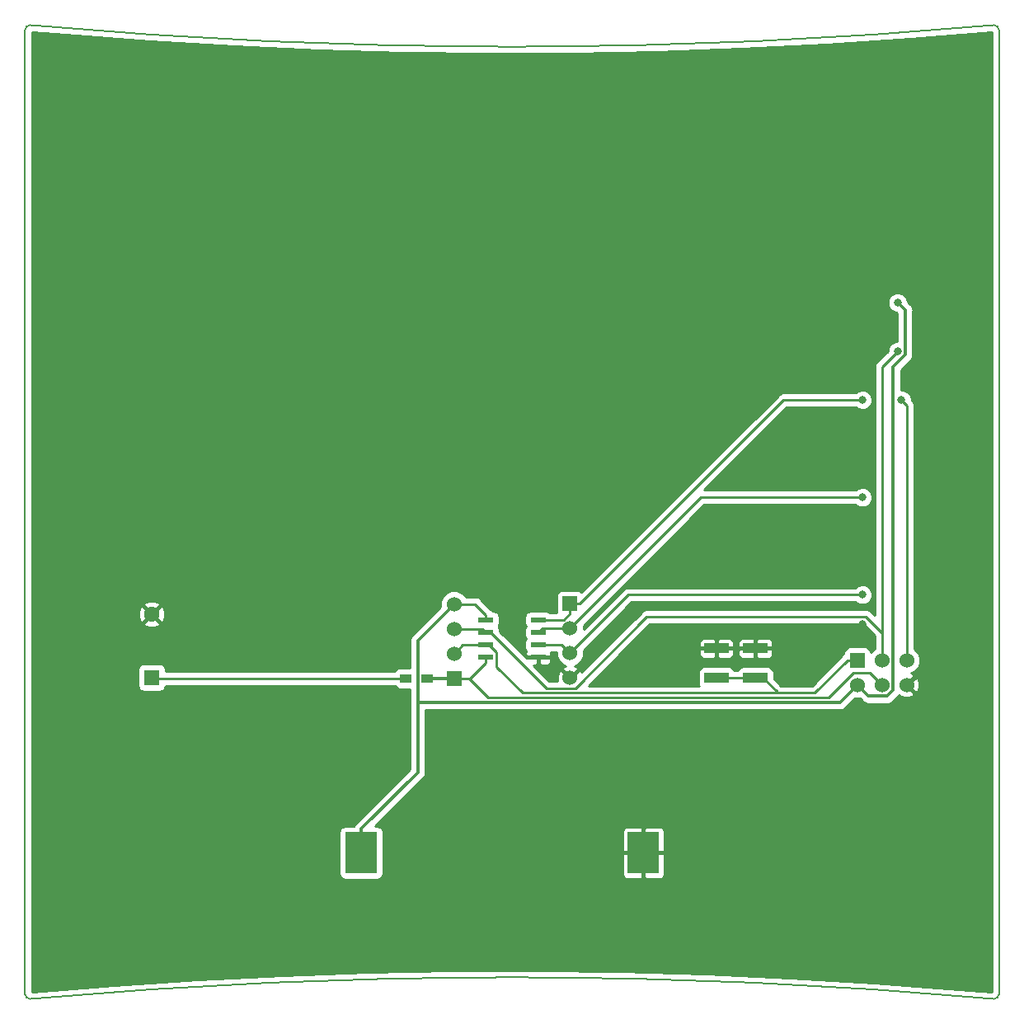
<source format=gbr>
%TF.GenerationSoftware,KiCad,Pcbnew,5.0.0*%
%TF.CreationDate,2018-09-20T16:03:51+02:00*%
%TF.ProjectId,adri,616472692E6B696361645F7063620000,rev?*%
%TF.SameCoordinates,Original*%
%TF.FileFunction,Copper,L2,Bot,Signal*%
%TF.FilePolarity,Positive*%
%FSLAX46Y46*%
G04 Gerber Fmt 4.6, Leading zero omitted, Abs format (unit mm)*
G04 Created by KiCad (PCBNEW 5.0.0) date Thu Sep 20 16:03:51 2018*
%MOMM*%
%LPD*%
G01*
G04 APERTURE LIST*
%ADD10C,0.150000*%
%ADD11R,3.300000X4.200000*%
%ADD12C,1.600000*%
%ADD13R,1.600000X1.600000*%
%ADD14R,1.524000X1.524000*%
%ADD15C,1.524000*%
%ADD16R,1.200000X0.900000*%
%ADD17R,1.550000X0.600000*%
%ADD18R,2.500000X1.000000*%
%ADD19C,0.800000*%
%ADD20C,4.000000*%
%ADD21C,0.250000*%
%ADD22C,0.350000*%
G04 APERTURE END LIST*
D10*
X90500000Y-150000000D02*
G75*
G02X90000000Y-149500000I0J500000D01*
G01*
X190000000Y-149500000D02*
G75*
G02X189500000Y-150000000I-500000J0D01*
G01*
X189500000Y-50000000D02*
G75*
G02X190000000Y-50500000I0J-500000D01*
G01*
X90000000Y-50500000D02*
G75*
G02X90500000Y-50000000I500000J0D01*
G01*
X90500001Y-150000000D02*
G75*
G02X189500000Y-150000000I49499999J-550000000D01*
G01*
X189499999Y-50000000D02*
G75*
G02X90500000Y-50000000I-49500000J549999999D01*
G01*
X90000000Y-149500000D02*
X90000000Y-50500000D01*
X190000000Y-149500000D02*
X190000000Y-50500000D01*
D11*
X124500000Y-135000000D03*
X153500000Y-135000000D03*
D12*
X103000000Y-110500000D03*
D13*
X103000000Y-117000000D03*
D14*
X175460000Y-115230000D03*
D15*
X175460000Y-117770000D03*
X178000000Y-115230000D03*
X178000000Y-117770000D03*
X180540000Y-115230000D03*
X180540000Y-117770000D03*
D16*
X131300000Y-117080000D03*
X129100000Y-117080000D03*
D17*
X137300000Y-111095000D03*
X137300000Y-112365000D03*
X137300000Y-113635000D03*
X137300000Y-114905000D03*
X142700000Y-114905000D03*
X142700000Y-113635000D03*
X142700000Y-112365000D03*
X142700000Y-111095000D03*
D14*
X145960000Y-109420000D03*
D15*
X145960000Y-111960000D03*
X145960000Y-114500000D03*
X145960000Y-117040000D03*
X134040000Y-109460000D03*
X134040000Y-112000000D03*
X134040000Y-114540000D03*
D14*
X134040000Y-117080000D03*
D18*
X165000000Y-114000000D03*
X161000000Y-114000000D03*
X165000000Y-117000000D03*
X161000000Y-117000000D03*
D19*
X179600000Y-78500000D03*
D20*
X185000000Y-145000000D03*
D19*
X176000000Y-111500000D03*
D20*
X95000000Y-145000000D03*
X95000000Y-55000000D03*
X185000000Y-55000000D03*
D19*
X179600000Y-83500000D03*
X180000000Y-88500000D03*
X176000000Y-88500000D03*
X176000000Y-98500000D03*
X176000000Y-108500000D03*
D21*
X137300000Y-110545000D02*
X137300000Y-111095000D01*
X134040000Y-109460000D02*
X136215000Y-109460000D01*
X136215000Y-109460000D02*
X137300000Y-110545000D01*
D22*
X133278001Y-110221999D02*
X134040000Y-109460000D01*
X130324999Y-113175001D02*
X133278001Y-110221999D01*
X124500000Y-135000000D02*
X124500000Y-132550000D01*
X124500000Y-132550000D02*
X130324999Y-126725001D01*
X180375001Y-79275001D02*
X179600000Y-78500000D01*
X176597001Y-118907001D02*
X178545761Y-118907001D01*
X175460000Y-117770000D02*
X176597001Y-118907001D01*
X179137001Y-85110001D02*
X180375001Y-83872001D01*
X180375001Y-83872001D02*
X180375001Y-79275001D01*
X178545761Y-118907001D02*
X179137001Y-118315761D01*
X179137001Y-118315761D02*
X179137001Y-85110001D01*
X130352030Y-119527031D02*
X130324999Y-119500000D01*
X173702969Y-119527031D02*
X130352030Y-119527031D01*
X175460000Y-117770000D02*
X173702969Y-119527031D01*
X130324999Y-126725001D02*
X130324999Y-119500000D01*
X130324999Y-119500000D02*
X130324999Y-113175001D01*
D21*
X165000000Y-114000000D02*
X173500000Y-114000000D01*
X173500000Y-114000000D02*
X176000000Y-111500000D01*
X103080000Y-117080000D02*
X103000000Y-117000000D01*
X129100000Y-117080000D02*
X103080000Y-117080000D01*
X136935000Y-112000000D02*
X137300000Y-112365000D01*
X134040000Y-112000000D02*
X136935000Y-112000000D01*
X178000000Y-115230000D02*
X178000000Y-85100000D01*
X178000000Y-85100000D02*
X179600000Y-83500000D01*
X137300000Y-112365000D02*
X137775000Y-112365000D01*
X137775000Y-112365000D02*
X143537001Y-118127001D01*
X143537001Y-118127001D02*
X146481761Y-118127001D01*
X178000000Y-114152370D02*
X178000000Y-115230000D01*
X178000000Y-112426998D02*
X178000000Y-114152370D01*
X176348001Y-110774999D02*
X178000000Y-112426998D01*
X146481761Y-118127001D02*
X153833763Y-110774999D01*
X153833763Y-110774999D02*
X176348001Y-110774999D01*
X136275000Y-113635000D02*
X137300000Y-113635000D01*
X134040000Y-114540000D02*
X134945000Y-113635000D01*
X134945000Y-113635000D02*
X136275000Y-113635000D01*
X137635000Y-113635000D02*
X137300000Y-113635000D01*
X174448000Y-115230000D02*
X171100989Y-118577011D01*
X175460000Y-115230000D02*
X174448000Y-115230000D01*
X141077011Y-118577011D02*
X138400001Y-115900001D01*
X138400001Y-114400001D02*
X137635000Y-113635000D01*
X138400001Y-115900001D02*
X138400001Y-114400001D01*
X165750000Y-117000000D02*
X167250000Y-118500000D01*
X165000000Y-117000000D02*
X165750000Y-117000000D01*
X167250000Y-118500000D02*
X167250000Y-118577011D01*
X171100989Y-118577011D02*
X167250000Y-118577011D01*
X167250000Y-118577011D02*
X141077011Y-118577011D01*
X161000000Y-117000000D02*
X165000000Y-117000000D01*
X137300000Y-115455000D02*
X137300000Y-114905000D01*
X134040000Y-117080000D02*
X135675000Y-117080000D01*
X135675000Y-117080000D02*
X137300000Y-115455000D01*
X135052000Y-117080000D02*
X134040000Y-117080000D01*
D22*
X131300000Y-117080000D02*
X134040000Y-117080000D01*
D21*
X135580000Y-117080000D02*
X134040000Y-117080000D01*
X137527021Y-119027021D02*
X135580000Y-117080000D01*
X177238001Y-117008001D02*
X178000000Y-117770000D01*
X176730000Y-116500000D02*
X177238001Y-117008001D01*
X172500000Y-119027021D02*
X175027021Y-116500000D01*
X175027021Y-116500000D02*
X176730000Y-116500000D01*
X137527021Y-119027021D02*
X172500000Y-119027021D01*
X143725000Y-111095000D02*
X142700000Y-111095000D01*
X145297000Y-111095000D02*
X143725000Y-111095000D01*
X145960000Y-109420000D02*
X145960000Y-110432000D01*
X145960000Y-110432000D02*
X145297000Y-111095000D01*
X145960000Y-109420000D02*
X146972000Y-109420000D01*
X180540000Y-89040000D02*
X180000000Y-88500000D01*
X180540000Y-115230000D02*
X180540000Y-89040000D01*
X174500000Y-88500000D02*
X176000000Y-88500000D01*
X146972000Y-109420000D02*
X167892000Y-88500000D01*
X167892000Y-88500000D02*
X174500000Y-88500000D01*
X143105000Y-111960000D02*
X142700000Y-112365000D01*
X145960000Y-111960000D02*
X143105000Y-111960000D01*
X159420000Y-98500000D02*
X176000000Y-98500000D01*
X145960000Y-111960000D02*
X159420000Y-98500000D01*
X145095000Y-113635000D02*
X142700000Y-113635000D01*
X145960000Y-114500000D02*
X145095000Y-113635000D01*
X151960000Y-108500000D02*
X176000000Y-108500000D01*
X145960000Y-114500000D02*
X151960000Y-108500000D01*
G36*
X189300000Y-149280058D02*
X185858494Y-148981991D01*
X185854618Y-148981686D01*
X185850667Y-148981357D01*
X177200957Y-148329884D01*
X177189987Y-148329144D01*
X168531110Y-147813614D01*
X168520129Y-147813047D01*
X159854224Y-147433589D01*
X159843236Y-147433194D01*
X151172439Y-147189901D01*
X151161445Y-147189679D01*
X142487896Y-147082611D01*
X142476901Y-147082562D01*
X133802741Y-147111745D01*
X133791746Y-147111868D01*
X133791744Y-147111868D01*
X125119114Y-147277296D01*
X125108123Y-147277592D01*
X116439162Y-147579223D01*
X116439158Y-147579223D01*
X116428173Y-147579692D01*
X107765017Y-148017451D01*
X107754040Y-148018092D01*
X99098828Y-148591873D01*
X99087863Y-148592686D01*
X99087737Y-148592697D01*
X90700000Y-149281228D01*
X90700000Y-116200000D01*
X101562756Y-116200000D01*
X101562756Y-117800000D01*
X101611263Y-118043863D01*
X101749400Y-118250600D01*
X101956137Y-118388737D01*
X102200000Y-118437244D01*
X103800000Y-118437244D01*
X104043863Y-118388737D01*
X104250600Y-118250600D01*
X104388737Y-118043863D01*
X104431277Y-117830000D01*
X127948772Y-117830000D01*
X128049400Y-117980600D01*
X128256137Y-118118737D01*
X128500000Y-118167244D01*
X129524999Y-118167244D01*
X129524999Y-119421216D01*
X129509328Y-119500000D01*
X129524999Y-119578784D01*
X129524999Y-119578788D01*
X129525000Y-119578793D01*
X129524999Y-126393631D01*
X123990026Y-131928604D01*
X123923234Y-131973233D01*
X123878605Y-132040025D01*
X123878603Y-132040027D01*
X123746418Y-132237856D01*
X123741465Y-132262756D01*
X122850000Y-132262756D01*
X122606137Y-132311263D01*
X122399400Y-132449400D01*
X122261263Y-132656137D01*
X122212756Y-132900000D01*
X122212756Y-137100000D01*
X122261263Y-137343863D01*
X122399400Y-137550600D01*
X122606137Y-137688737D01*
X122850000Y-137737244D01*
X126150000Y-137737244D01*
X126393863Y-137688737D01*
X126600600Y-137550600D01*
X126738737Y-137343863D01*
X126787244Y-137100000D01*
X126787244Y-135221250D01*
X151305000Y-135221250D01*
X151305000Y-137208407D01*
X151387971Y-137408718D01*
X151541283Y-137562029D01*
X151741593Y-137645000D01*
X153278750Y-137645000D01*
X153415000Y-137508750D01*
X153415000Y-135085000D01*
X153585000Y-135085000D01*
X153585000Y-137508750D01*
X153721250Y-137645000D01*
X155258407Y-137645000D01*
X155458717Y-137562029D01*
X155612029Y-137408718D01*
X155695000Y-137208407D01*
X155695000Y-135221250D01*
X155558750Y-135085000D01*
X153585000Y-135085000D01*
X153415000Y-135085000D01*
X151441250Y-135085000D01*
X151305000Y-135221250D01*
X126787244Y-135221250D01*
X126787244Y-132900000D01*
X126765681Y-132791593D01*
X151305000Y-132791593D01*
X151305000Y-134778750D01*
X151441250Y-134915000D01*
X153415000Y-134915000D01*
X153415000Y-132491250D01*
X153585000Y-132491250D01*
X153585000Y-134915000D01*
X155558750Y-134915000D01*
X155695000Y-134778750D01*
X155695000Y-132791593D01*
X155612029Y-132591282D01*
X155458717Y-132437971D01*
X155258407Y-132355000D01*
X153721250Y-132355000D01*
X153585000Y-132491250D01*
X153415000Y-132491250D01*
X153278750Y-132355000D01*
X151741593Y-132355000D01*
X151541283Y-132437971D01*
X151387971Y-132591282D01*
X151305000Y-132791593D01*
X126765681Y-132791593D01*
X126738737Y-132656137D01*
X126600600Y-132449400D01*
X126393863Y-132311263D01*
X126150000Y-132262756D01*
X125918614Y-132262756D01*
X130834971Y-127346399D01*
X130901766Y-127301768D01*
X131000733Y-127153654D01*
X131078582Y-127037146D01*
X131140671Y-126725001D01*
X131124999Y-126646212D01*
X131124999Y-120327031D01*
X173624185Y-120327031D01*
X173702969Y-120342702D01*
X173781753Y-120327031D01*
X173781758Y-120327031D01*
X174015113Y-120280614D01*
X174279736Y-120103798D01*
X174324367Y-120037003D01*
X175204371Y-119157000D01*
X175715629Y-119157000D01*
X175975604Y-119416975D01*
X176020234Y-119483768D01*
X176284857Y-119660584D01*
X176518212Y-119707001D01*
X176518216Y-119707001D01*
X176597000Y-119722672D01*
X176675784Y-119707001D01*
X178466977Y-119707001D01*
X178545761Y-119722672D01*
X178624545Y-119707001D01*
X178624550Y-119707001D01*
X178857905Y-119660584D01*
X179122528Y-119483768D01*
X179167159Y-119416973D01*
X179646973Y-118937159D01*
X179713768Y-118892528D01*
X179789746Y-118778820D01*
X179827075Y-118895867D01*
X180312194Y-119082990D01*
X180831994Y-119070222D01*
X181252925Y-118895867D01*
X181323710Y-118673918D01*
X180540000Y-117890208D01*
X180525858Y-117904351D01*
X180405650Y-117784143D01*
X180419792Y-117770000D01*
X180660208Y-117770000D01*
X181443918Y-118553710D01*
X181665867Y-118482925D01*
X181852990Y-117997806D01*
X181840222Y-117478006D01*
X181665867Y-117057075D01*
X181443918Y-116986290D01*
X180660208Y-117770000D01*
X180419792Y-117770000D01*
X180405650Y-117755858D01*
X180525858Y-117635650D01*
X180540000Y-117649792D01*
X181323710Y-116866082D01*
X181252925Y-116644133D01*
X180992707Y-116543760D01*
X181325672Y-116405842D01*
X181715842Y-116015672D01*
X181927000Y-115505891D01*
X181927000Y-114954109D01*
X181715842Y-114444328D01*
X181325672Y-114054158D01*
X181290000Y-114039382D01*
X181290000Y-89113864D01*
X181304693Y-89039999D01*
X181289197Y-88962099D01*
X181246484Y-88747365D01*
X181080720Y-88499280D01*
X181025000Y-88462049D01*
X181025000Y-88296115D01*
X180868953Y-87919384D01*
X180580616Y-87631047D01*
X180203885Y-87475000D01*
X179937001Y-87475000D01*
X179937001Y-85441371D01*
X180884976Y-84493397D01*
X180951768Y-84448768D01*
X181013475Y-84356418D01*
X181128583Y-84184146D01*
X181128584Y-84184145D01*
X181175001Y-83950790D01*
X181175001Y-83950786D01*
X181190672Y-83872002D01*
X181175001Y-83793218D01*
X181175001Y-79353785D01*
X181190672Y-79275001D01*
X181175001Y-79196217D01*
X181175001Y-79196212D01*
X181128584Y-78962857D01*
X181046387Y-78839841D01*
X180996398Y-78765027D01*
X180996397Y-78765026D01*
X180951768Y-78698234D01*
X180884975Y-78653604D01*
X180625000Y-78393629D01*
X180625000Y-78296115D01*
X180468953Y-77919384D01*
X180180616Y-77631047D01*
X179803885Y-77475000D01*
X179396115Y-77475000D01*
X179019384Y-77631047D01*
X178731047Y-77919384D01*
X178575000Y-78296115D01*
X178575000Y-78703885D01*
X178731047Y-79080616D01*
X179019384Y-79368953D01*
X179396115Y-79525000D01*
X179493629Y-79525000D01*
X179575002Y-79606373D01*
X179575001Y-82475000D01*
X179396115Y-82475000D01*
X179019384Y-82631047D01*
X178731047Y-82919384D01*
X178575000Y-83296115D01*
X178575000Y-83464340D01*
X177521904Y-84517437D01*
X177459281Y-84559280D01*
X177373492Y-84687673D01*
X177293517Y-84807365D01*
X177235307Y-85100000D01*
X177250001Y-85173870D01*
X177250000Y-110616339D01*
X176930566Y-110296905D01*
X176888721Y-110234279D01*
X176640636Y-110068515D01*
X176421867Y-110024999D01*
X176421866Y-110024999D01*
X176348001Y-110010306D01*
X176274136Y-110024999D01*
X153907628Y-110024999D01*
X153833763Y-110010306D01*
X153759898Y-110024999D01*
X153759897Y-110024999D01*
X153541128Y-110068515D01*
X153293043Y-110234279D01*
X153251200Y-110296902D01*
X147125455Y-116422648D01*
X147085867Y-116327075D01*
X146863918Y-116256290D01*
X146080208Y-117040000D01*
X146094351Y-117054143D01*
X145974143Y-117174351D01*
X145960000Y-117160208D01*
X145945858Y-117174351D01*
X145825650Y-117054143D01*
X145839792Y-117040000D01*
X145056082Y-116256290D01*
X144834133Y-116327075D01*
X144647010Y-116812194D01*
X144659778Y-117331994D01*
X144678420Y-117377001D01*
X143847661Y-117377001D01*
X142220660Y-115750000D01*
X142478750Y-115750000D01*
X142615000Y-115613750D01*
X142615000Y-114990000D01*
X142785000Y-114990000D01*
X142785000Y-115613750D01*
X142921250Y-115750000D01*
X143583407Y-115750000D01*
X143783717Y-115667029D01*
X143937029Y-115513718D01*
X144020000Y-115313407D01*
X144020000Y-115126250D01*
X143883750Y-114990000D01*
X142785000Y-114990000D01*
X142615000Y-114990000D01*
X141516250Y-114990000D01*
X141488455Y-115017795D01*
X138712244Y-112241585D01*
X138712244Y-112065000D01*
X138663737Y-111821137D01*
X138602841Y-111730000D01*
X138663737Y-111638863D01*
X138712244Y-111395000D01*
X138712244Y-110795000D01*
X141287756Y-110795000D01*
X141287756Y-111395000D01*
X141336263Y-111638863D01*
X141397159Y-111730000D01*
X141336263Y-111821137D01*
X141287756Y-112065000D01*
X141287756Y-112665000D01*
X141336263Y-112908863D01*
X141397159Y-113000000D01*
X141336263Y-113091137D01*
X141287756Y-113335000D01*
X141287756Y-113935000D01*
X141336263Y-114178863D01*
X141444506Y-114340861D01*
X141380000Y-114496593D01*
X141380000Y-114683750D01*
X141516250Y-114820000D01*
X142615000Y-114820000D01*
X142615000Y-114800000D01*
X142785000Y-114800000D01*
X142785000Y-114820000D01*
X143883750Y-114820000D01*
X144020000Y-114683750D01*
X144020000Y-114496593D01*
X143973777Y-114385000D01*
X144573000Y-114385000D01*
X144573000Y-114775891D01*
X144784158Y-115285672D01*
X145174328Y-115675842D01*
X145498345Y-115810054D01*
X145247075Y-115914133D01*
X145176290Y-116136082D01*
X145960000Y-116919792D01*
X146743710Y-116136082D01*
X146672925Y-115914133D01*
X146412707Y-115813760D01*
X146745672Y-115675842D01*
X147135842Y-115285672D01*
X147347000Y-114775891D01*
X147347000Y-114224109D01*
X147332224Y-114188436D01*
X152270660Y-109250000D01*
X175300431Y-109250000D01*
X175419384Y-109368953D01*
X175796115Y-109525000D01*
X176203885Y-109525000D01*
X176580616Y-109368953D01*
X176868953Y-109080616D01*
X177025000Y-108703885D01*
X177025000Y-108296115D01*
X176868953Y-107919384D01*
X176580616Y-107631047D01*
X176203885Y-107475000D01*
X175796115Y-107475000D01*
X175419384Y-107631047D01*
X175300431Y-107750000D01*
X152033864Y-107750000D01*
X151959999Y-107735307D01*
X151886134Y-107750000D01*
X151667365Y-107793516D01*
X151419280Y-107959280D01*
X151377437Y-108021903D01*
X147347000Y-112052341D01*
X147347000Y-111684109D01*
X147332224Y-111648435D01*
X159730660Y-99250000D01*
X175300431Y-99250000D01*
X175419384Y-99368953D01*
X175796115Y-99525000D01*
X176203885Y-99525000D01*
X176580616Y-99368953D01*
X176868953Y-99080616D01*
X177025000Y-98703885D01*
X177025000Y-98296115D01*
X176868953Y-97919384D01*
X176580616Y-97631047D01*
X176203885Y-97475000D01*
X175796115Y-97475000D01*
X175419384Y-97631047D01*
X175300431Y-97750000D01*
X159702660Y-97750000D01*
X168202660Y-89250000D01*
X175300431Y-89250000D01*
X175419384Y-89368953D01*
X175796115Y-89525000D01*
X176203885Y-89525000D01*
X176580616Y-89368953D01*
X176868953Y-89080616D01*
X177025000Y-88703885D01*
X177025000Y-88296115D01*
X176868953Y-87919384D01*
X176580616Y-87631047D01*
X176203885Y-87475000D01*
X175796115Y-87475000D01*
X175419384Y-87631047D01*
X175300431Y-87750000D01*
X167965866Y-87750000D01*
X167892000Y-87735307D01*
X167599364Y-87793516D01*
X167511205Y-87852422D01*
X167351280Y-87959280D01*
X167309437Y-88021903D01*
X147143431Y-108187910D01*
X146965863Y-108069263D01*
X146722000Y-108020756D01*
X145198000Y-108020756D01*
X144954137Y-108069263D01*
X144747400Y-108207400D01*
X144609263Y-108414137D01*
X144560756Y-108658000D01*
X144560756Y-110182000D01*
X144593178Y-110345000D01*
X143926001Y-110345000D01*
X143925600Y-110344400D01*
X143718863Y-110206263D01*
X143475000Y-110157756D01*
X141925000Y-110157756D01*
X141681137Y-110206263D01*
X141474400Y-110344400D01*
X141336263Y-110551137D01*
X141287756Y-110795000D01*
X138712244Y-110795000D01*
X138663737Y-110551137D01*
X138525600Y-110344400D01*
X138318863Y-110206263D01*
X138075000Y-110157756D01*
X137943269Y-110157756D01*
X137930980Y-110139365D01*
X137840720Y-110004280D01*
X137778097Y-109962437D01*
X136797565Y-108981906D01*
X136755720Y-108919280D01*
X136507635Y-108753516D01*
X136288866Y-108710000D01*
X136288865Y-108710000D01*
X136215000Y-108695307D01*
X136141135Y-108710000D01*
X135230618Y-108710000D01*
X135215842Y-108674328D01*
X134825672Y-108284158D01*
X134315891Y-108073000D01*
X133764109Y-108073000D01*
X133254328Y-108284158D01*
X132864158Y-108674328D01*
X132653000Y-109184109D01*
X132653000Y-109715629D01*
X129815025Y-112553605D01*
X129748233Y-112598234D01*
X129703604Y-112665026D01*
X129703602Y-112665028D01*
X129584620Y-112843098D01*
X129571417Y-112862857D01*
X129526010Y-113091137D01*
X129509328Y-113175001D01*
X129525000Y-113253790D01*
X129525000Y-115992756D01*
X128500000Y-115992756D01*
X128256137Y-116041263D01*
X128049400Y-116179400D01*
X127948772Y-116330000D01*
X104437244Y-116330000D01*
X104437244Y-116200000D01*
X104388737Y-115956137D01*
X104250600Y-115749400D01*
X104043863Y-115611263D01*
X103800000Y-115562756D01*
X102200000Y-115562756D01*
X101956137Y-115611263D01*
X101749400Y-115749400D01*
X101611263Y-115956137D01*
X101562756Y-116200000D01*
X90700000Y-116200000D01*
X90700000Y-111431381D01*
X102188827Y-111431381D01*
X102264257Y-111657274D01*
X102763131Y-111850739D01*
X103298067Y-111838566D01*
X103735743Y-111657274D01*
X103811173Y-111431381D01*
X103000000Y-110620208D01*
X102188827Y-111431381D01*
X90700000Y-111431381D01*
X90700000Y-110263131D01*
X101649261Y-110263131D01*
X101661434Y-110798067D01*
X101842726Y-111235743D01*
X102068619Y-111311173D01*
X102879792Y-110500000D01*
X103120208Y-110500000D01*
X103931381Y-111311173D01*
X104157274Y-111235743D01*
X104350739Y-110736869D01*
X104338566Y-110201933D01*
X104157274Y-109764257D01*
X103931381Y-109688827D01*
X103120208Y-110500000D01*
X102879792Y-110500000D01*
X102068619Y-109688827D01*
X101842726Y-109764257D01*
X101649261Y-110263131D01*
X90700000Y-110263131D01*
X90700000Y-109568619D01*
X102188827Y-109568619D01*
X103000000Y-110379792D01*
X103811173Y-109568619D01*
X103735743Y-109342726D01*
X103236869Y-109149261D01*
X102701933Y-109161434D01*
X102264257Y-109342726D01*
X102188827Y-109568619D01*
X90700000Y-109568619D01*
X90700000Y-50719942D01*
X94141505Y-51018009D01*
X94145394Y-51018315D01*
X94149333Y-51018643D01*
X102799043Y-51670116D01*
X102810013Y-51670856D01*
X111468890Y-52186386D01*
X111479871Y-52186953D01*
X120145776Y-52566411D01*
X120156764Y-52566806D01*
X128827562Y-52810099D01*
X128838555Y-52810321D01*
X137512104Y-52917389D01*
X137523099Y-52917438D01*
X146197259Y-52888255D01*
X146208254Y-52888132D01*
X154880886Y-52722704D01*
X154891878Y-52722408D01*
X154891882Y-52722408D01*
X163560841Y-52420778D01*
X163571827Y-52420309D01*
X172234983Y-51982549D01*
X172240908Y-51982203D01*
X172245960Y-51981908D01*
X180901172Y-51408127D01*
X180912137Y-51407314D01*
X180912263Y-51407303D01*
X189300001Y-50718771D01*
X189300000Y-149280058D01*
X189300000Y-149280058D01*
G37*
X189300000Y-149280058D02*
X185858494Y-148981991D01*
X185854618Y-148981686D01*
X185850667Y-148981357D01*
X177200957Y-148329884D01*
X177189987Y-148329144D01*
X168531110Y-147813614D01*
X168520129Y-147813047D01*
X159854224Y-147433589D01*
X159843236Y-147433194D01*
X151172439Y-147189901D01*
X151161445Y-147189679D01*
X142487896Y-147082611D01*
X142476901Y-147082562D01*
X133802741Y-147111745D01*
X133791746Y-147111868D01*
X133791744Y-147111868D01*
X125119114Y-147277296D01*
X125108123Y-147277592D01*
X116439162Y-147579223D01*
X116439158Y-147579223D01*
X116428173Y-147579692D01*
X107765017Y-148017451D01*
X107754040Y-148018092D01*
X99098828Y-148591873D01*
X99087863Y-148592686D01*
X99087737Y-148592697D01*
X90700000Y-149281228D01*
X90700000Y-116200000D01*
X101562756Y-116200000D01*
X101562756Y-117800000D01*
X101611263Y-118043863D01*
X101749400Y-118250600D01*
X101956137Y-118388737D01*
X102200000Y-118437244D01*
X103800000Y-118437244D01*
X104043863Y-118388737D01*
X104250600Y-118250600D01*
X104388737Y-118043863D01*
X104431277Y-117830000D01*
X127948772Y-117830000D01*
X128049400Y-117980600D01*
X128256137Y-118118737D01*
X128500000Y-118167244D01*
X129524999Y-118167244D01*
X129524999Y-119421216D01*
X129509328Y-119500000D01*
X129524999Y-119578784D01*
X129524999Y-119578788D01*
X129525000Y-119578793D01*
X129524999Y-126393631D01*
X123990026Y-131928604D01*
X123923234Y-131973233D01*
X123878605Y-132040025D01*
X123878603Y-132040027D01*
X123746418Y-132237856D01*
X123741465Y-132262756D01*
X122850000Y-132262756D01*
X122606137Y-132311263D01*
X122399400Y-132449400D01*
X122261263Y-132656137D01*
X122212756Y-132900000D01*
X122212756Y-137100000D01*
X122261263Y-137343863D01*
X122399400Y-137550600D01*
X122606137Y-137688737D01*
X122850000Y-137737244D01*
X126150000Y-137737244D01*
X126393863Y-137688737D01*
X126600600Y-137550600D01*
X126738737Y-137343863D01*
X126787244Y-137100000D01*
X126787244Y-135221250D01*
X151305000Y-135221250D01*
X151305000Y-137208407D01*
X151387971Y-137408718D01*
X151541283Y-137562029D01*
X151741593Y-137645000D01*
X153278750Y-137645000D01*
X153415000Y-137508750D01*
X153415000Y-135085000D01*
X153585000Y-135085000D01*
X153585000Y-137508750D01*
X153721250Y-137645000D01*
X155258407Y-137645000D01*
X155458717Y-137562029D01*
X155612029Y-137408718D01*
X155695000Y-137208407D01*
X155695000Y-135221250D01*
X155558750Y-135085000D01*
X153585000Y-135085000D01*
X153415000Y-135085000D01*
X151441250Y-135085000D01*
X151305000Y-135221250D01*
X126787244Y-135221250D01*
X126787244Y-132900000D01*
X126765681Y-132791593D01*
X151305000Y-132791593D01*
X151305000Y-134778750D01*
X151441250Y-134915000D01*
X153415000Y-134915000D01*
X153415000Y-132491250D01*
X153585000Y-132491250D01*
X153585000Y-134915000D01*
X155558750Y-134915000D01*
X155695000Y-134778750D01*
X155695000Y-132791593D01*
X155612029Y-132591282D01*
X155458717Y-132437971D01*
X155258407Y-132355000D01*
X153721250Y-132355000D01*
X153585000Y-132491250D01*
X153415000Y-132491250D01*
X153278750Y-132355000D01*
X151741593Y-132355000D01*
X151541283Y-132437971D01*
X151387971Y-132591282D01*
X151305000Y-132791593D01*
X126765681Y-132791593D01*
X126738737Y-132656137D01*
X126600600Y-132449400D01*
X126393863Y-132311263D01*
X126150000Y-132262756D01*
X125918614Y-132262756D01*
X130834971Y-127346399D01*
X130901766Y-127301768D01*
X131000733Y-127153654D01*
X131078582Y-127037146D01*
X131140671Y-126725001D01*
X131124999Y-126646212D01*
X131124999Y-120327031D01*
X173624185Y-120327031D01*
X173702969Y-120342702D01*
X173781753Y-120327031D01*
X173781758Y-120327031D01*
X174015113Y-120280614D01*
X174279736Y-120103798D01*
X174324367Y-120037003D01*
X175204371Y-119157000D01*
X175715629Y-119157000D01*
X175975604Y-119416975D01*
X176020234Y-119483768D01*
X176284857Y-119660584D01*
X176518212Y-119707001D01*
X176518216Y-119707001D01*
X176597000Y-119722672D01*
X176675784Y-119707001D01*
X178466977Y-119707001D01*
X178545761Y-119722672D01*
X178624545Y-119707001D01*
X178624550Y-119707001D01*
X178857905Y-119660584D01*
X179122528Y-119483768D01*
X179167159Y-119416973D01*
X179646973Y-118937159D01*
X179713768Y-118892528D01*
X179789746Y-118778820D01*
X179827075Y-118895867D01*
X180312194Y-119082990D01*
X180831994Y-119070222D01*
X181252925Y-118895867D01*
X181323710Y-118673918D01*
X180540000Y-117890208D01*
X180525858Y-117904351D01*
X180405650Y-117784143D01*
X180419792Y-117770000D01*
X180660208Y-117770000D01*
X181443918Y-118553710D01*
X181665867Y-118482925D01*
X181852990Y-117997806D01*
X181840222Y-117478006D01*
X181665867Y-117057075D01*
X181443918Y-116986290D01*
X180660208Y-117770000D01*
X180419792Y-117770000D01*
X180405650Y-117755858D01*
X180525858Y-117635650D01*
X180540000Y-117649792D01*
X181323710Y-116866082D01*
X181252925Y-116644133D01*
X180992707Y-116543760D01*
X181325672Y-116405842D01*
X181715842Y-116015672D01*
X181927000Y-115505891D01*
X181927000Y-114954109D01*
X181715842Y-114444328D01*
X181325672Y-114054158D01*
X181290000Y-114039382D01*
X181290000Y-89113864D01*
X181304693Y-89039999D01*
X181289197Y-88962099D01*
X181246484Y-88747365D01*
X181080720Y-88499280D01*
X181025000Y-88462049D01*
X181025000Y-88296115D01*
X180868953Y-87919384D01*
X180580616Y-87631047D01*
X180203885Y-87475000D01*
X179937001Y-87475000D01*
X179937001Y-85441371D01*
X180884976Y-84493397D01*
X180951768Y-84448768D01*
X181013475Y-84356418D01*
X181128583Y-84184146D01*
X181128584Y-84184145D01*
X181175001Y-83950790D01*
X181175001Y-83950786D01*
X181190672Y-83872002D01*
X181175001Y-83793218D01*
X181175001Y-79353785D01*
X181190672Y-79275001D01*
X181175001Y-79196217D01*
X181175001Y-79196212D01*
X181128584Y-78962857D01*
X181046387Y-78839841D01*
X180996398Y-78765027D01*
X180996397Y-78765026D01*
X180951768Y-78698234D01*
X180884975Y-78653604D01*
X180625000Y-78393629D01*
X180625000Y-78296115D01*
X180468953Y-77919384D01*
X180180616Y-77631047D01*
X179803885Y-77475000D01*
X179396115Y-77475000D01*
X179019384Y-77631047D01*
X178731047Y-77919384D01*
X178575000Y-78296115D01*
X178575000Y-78703885D01*
X178731047Y-79080616D01*
X179019384Y-79368953D01*
X179396115Y-79525000D01*
X179493629Y-79525000D01*
X179575002Y-79606373D01*
X179575001Y-82475000D01*
X179396115Y-82475000D01*
X179019384Y-82631047D01*
X178731047Y-82919384D01*
X178575000Y-83296115D01*
X178575000Y-83464340D01*
X177521904Y-84517437D01*
X177459281Y-84559280D01*
X177373492Y-84687673D01*
X177293517Y-84807365D01*
X177235307Y-85100000D01*
X177250001Y-85173870D01*
X177250000Y-110616339D01*
X176930566Y-110296905D01*
X176888721Y-110234279D01*
X176640636Y-110068515D01*
X176421867Y-110024999D01*
X176421866Y-110024999D01*
X176348001Y-110010306D01*
X176274136Y-110024999D01*
X153907628Y-110024999D01*
X153833763Y-110010306D01*
X153759898Y-110024999D01*
X153759897Y-110024999D01*
X153541128Y-110068515D01*
X153293043Y-110234279D01*
X153251200Y-110296902D01*
X147125455Y-116422648D01*
X147085867Y-116327075D01*
X146863918Y-116256290D01*
X146080208Y-117040000D01*
X146094351Y-117054143D01*
X145974143Y-117174351D01*
X145960000Y-117160208D01*
X145945858Y-117174351D01*
X145825650Y-117054143D01*
X145839792Y-117040000D01*
X145056082Y-116256290D01*
X144834133Y-116327075D01*
X144647010Y-116812194D01*
X144659778Y-117331994D01*
X144678420Y-117377001D01*
X143847661Y-117377001D01*
X142220660Y-115750000D01*
X142478750Y-115750000D01*
X142615000Y-115613750D01*
X142615000Y-114990000D01*
X142785000Y-114990000D01*
X142785000Y-115613750D01*
X142921250Y-115750000D01*
X143583407Y-115750000D01*
X143783717Y-115667029D01*
X143937029Y-115513718D01*
X144020000Y-115313407D01*
X144020000Y-115126250D01*
X143883750Y-114990000D01*
X142785000Y-114990000D01*
X142615000Y-114990000D01*
X141516250Y-114990000D01*
X141488455Y-115017795D01*
X138712244Y-112241585D01*
X138712244Y-112065000D01*
X138663737Y-111821137D01*
X138602841Y-111730000D01*
X138663737Y-111638863D01*
X138712244Y-111395000D01*
X138712244Y-110795000D01*
X141287756Y-110795000D01*
X141287756Y-111395000D01*
X141336263Y-111638863D01*
X141397159Y-111730000D01*
X141336263Y-111821137D01*
X141287756Y-112065000D01*
X141287756Y-112665000D01*
X141336263Y-112908863D01*
X141397159Y-113000000D01*
X141336263Y-113091137D01*
X141287756Y-113335000D01*
X141287756Y-113935000D01*
X141336263Y-114178863D01*
X141444506Y-114340861D01*
X141380000Y-114496593D01*
X141380000Y-114683750D01*
X141516250Y-114820000D01*
X142615000Y-114820000D01*
X142615000Y-114800000D01*
X142785000Y-114800000D01*
X142785000Y-114820000D01*
X143883750Y-114820000D01*
X144020000Y-114683750D01*
X144020000Y-114496593D01*
X143973777Y-114385000D01*
X144573000Y-114385000D01*
X144573000Y-114775891D01*
X144784158Y-115285672D01*
X145174328Y-115675842D01*
X145498345Y-115810054D01*
X145247075Y-115914133D01*
X145176290Y-116136082D01*
X145960000Y-116919792D01*
X146743710Y-116136082D01*
X146672925Y-115914133D01*
X146412707Y-115813760D01*
X146745672Y-115675842D01*
X147135842Y-115285672D01*
X147347000Y-114775891D01*
X147347000Y-114224109D01*
X147332224Y-114188436D01*
X152270660Y-109250000D01*
X175300431Y-109250000D01*
X175419384Y-109368953D01*
X175796115Y-109525000D01*
X176203885Y-109525000D01*
X176580616Y-109368953D01*
X176868953Y-109080616D01*
X177025000Y-108703885D01*
X177025000Y-108296115D01*
X176868953Y-107919384D01*
X176580616Y-107631047D01*
X176203885Y-107475000D01*
X175796115Y-107475000D01*
X175419384Y-107631047D01*
X175300431Y-107750000D01*
X152033864Y-107750000D01*
X151959999Y-107735307D01*
X151886134Y-107750000D01*
X151667365Y-107793516D01*
X151419280Y-107959280D01*
X151377437Y-108021903D01*
X147347000Y-112052341D01*
X147347000Y-111684109D01*
X147332224Y-111648435D01*
X159730660Y-99250000D01*
X175300431Y-99250000D01*
X175419384Y-99368953D01*
X175796115Y-99525000D01*
X176203885Y-99525000D01*
X176580616Y-99368953D01*
X176868953Y-99080616D01*
X177025000Y-98703885D01*
X177025000Y-98296115D01*
X176868953Y-97919384D01*
X176580616Y-97631047D01*
X176203885Y-97475000D01*
X175796115Y-97475000D01*
X175419384Y-97631047D01*
X175300431Y-97750000D01*
X159702660Y-97750000D01*
X168202660Y-89250000D01*
X175300431Y-89250000D01*
X175419384Y-89368953D01*
X175796115Y-89525000D01*
X176203885Y-89525000D01*
X176580616Y-89368953D01*
X176868953Y-89080616D01*
X177025000Y-88703885D01*
X177025000Y-88296115D01*
X176868953Y-87919384D01*
X176580616Y-87631047D01*
X176203885Y-87475000D01*
X175796115Y-87475000D01*
X175419384Y-87631047D01*
X175300431Y-87750000D01*
X167965866Y-87750000D01*
X167892000Y-87735307D01*
X167599364Y-87793516D01*
X167511205Y-87852422D01*
X167351280Y-87959280D01*
X167309437Y-88021903D01*
X147143431Y-108187910D01*
X146965863Y-108069263D01*
X146722000Y-108020756D01*
X145198000Y-108020756D01*
X144954137Y-108069263D01*
X144747400Y-108207400D01*
X144609263Y-108414137D01*
X144560756Y-108658000D01*
X144560756Y-110182000D01*
X144593178Y-110345000D01*
X143926001Y-110345000D01*
X143925600Y-110344400D01*
X143718863Y-110206263D01*
X143475000Y-110157756D01*
X141925000Y-110157756D01*
X141681137Y-110206263D01*
X141474400Y-110344400D01*
X141336263Y-110551137D01*
X141287756Y-110795000D01*
X138712244Y-110795000D01*
X138663737Y-110551137D01*
X138525600Y-110344400D01*
X138318863Y-110206263D01*
X138075000Y-110157756D01*
X137943269Y-110157756D01*
X137930980Y-110139365D01*
X137840720Y-110004280D01*
X137778097Y-109962437D01*
X136797565Y-108981906D01*
X136755720Y-108919280D01*
X136507635Y-108753516D01*
X136288866Y-108710000D01*
X136288865Y-108710000D01*
X136215000Y-108695307D01*
X136141135Y-108710000D01*
X135230618Y-108710000D01*
X135215842Y-108674328D01*
X134825672Y-108284158D01*
X134315891Y-108073000D01*
X133764109Y-108073000D01*
X133254328Y-108284158D01*
X132864158Y-108674328D01*
X132653000Y-109184109D01*
X132653000Y-109715629D01*
X129815025Y-112553605D01*
X129748233Y-112598234D01*
X129703604Y-112665026D01*
X129703602Y-112665028D01*
X129584620Y-112843098D01*
X129571417Y-112862857D01*
X129526010Y-113091137D01*
X129509328Y-113175001D01*
X129525000Y-113253790D01*
X129525000Y-115992756D01*
X128500000Y-115992756D01*
X128256137Y-116041263D01*
X128049400Y-116179400D01*
X127948772Y-116330000D01*
X104437244Y-116330000D01*
X104437244Y-116200000D01*
X104388737Y-115956137D01*
X104250600Y-115749400D01*
X104043863Y-115611263D01*
X103800000Y-115562756D01*
X102200000Y-115562756D01*
X101956137Y-115611263D01*
X101749400Y-115749400D01*
X101611263Y-115956137D01*
X101562756Y-116200000D01*
X90700000Y-116200000D01*
X90700000Y-111431381D01*
X102188827Y-111431381D01*
X102264257Y-111657274D01*
X102763131Y-111850739D01*
X103298067Y-111838566D01*
X103735743Y-111657274D01*
X103811173Y-111431381D01*
X103000000Y-110620208D01*
X102188827Y-111431381D01*
X90700000Y-111431381D01*
X90700000Y-110263131D01*
X101649261Y-110263131D01*
X101661434Y-110798067D01*
X101842726Y-111235743D01*
X102068619Y-111311173D01*
X102879792Y-110500000D01*
X103120208Y-110500000D01*
X103931381Y-111311173D01*
X104157274Y-111235743D01*
X104350739Y-110736869D01*
X104338566Y-110201933D01*
X104157274Y-109764257D01*
X103931381Y-109688827D01*
X103120208Y-110500000D01*
X102879792Y-110500000D01*
X102068619Y-109688827D01*
X101842726Y-109764257D01*
X101649261Y-110263131D01*
X90700000Y-110263131D01*
X90700000Y-109568619D01*
X102188827Y-109568619D01*
X103000000Y-110379792D01*
X103811173Y-109568619D01*
X103735743Y-109342726D01*
X103236869Y-109149261D01*
X102701933Y-109161434D01*
X102264257Y-109342726D01*
X102188827Y-109568619D01*
X90700000Y-109568619D01*
X90700000Y-50719942D01*
X94141505Y-51018009D01*
X94145394Y-51018315D01*
X94149333Y-51018643D01*
X102799043Y-51670116D01*
X102810013Y-51670856D01*
X111468890Y-52186386D01*
X111479871Y-52186953D01*
X120145776Y-52566411D01*
X120156764Y-52566806D01*
X128827562Y-52810099D01*
X128838555Y-52810321D01*
X137512104Y-52917389D01*
X137523099Y-52917438D01*
X146197259Y-52888255D01*
X146208254Y-52888132D01*
X154880886Y-52722704D01*
X154891878Y-52722408D01*
X154891882Y-52722408D01*
X163560841Y-52420778D01*
X163571827Y-52420309D01*
X172234983Y-51982549D01*
X172240908Y-51982203D01*
X172245960Y-51981908D01*
X180901172Y-51408127D01*
X180912137Y-51407314D01*
X180912263Y-51407303D01*
X189300001Y-50718771D01*
X189300000Y-149280058D01*
G36*
X177250000Y-112737658D02*
X177250000Y-114039382D01*
X177214328Y-114054158D01*
X176849495Y-114418991D01*
X176810737Y-114224137D01*
X176672600Y-114017400D01*
X176465863Y-113879263D01*
X176222000Y-113830756D01*
X174698000Y-113830756D01*
X174454137Y-113879263D01*
X174247400Y-114017400D01*
X174109263Y-114224137D01*
X174060756Y-114468000D01*
X174060756Y-114586731D01*
X173907280Y-114689280D01*
X173865437Y-114751903D01*
X170790330Y-117827011D01*
X167637671Y-117827011D01*
X166887244Y-117076585D01*
X166887244Y-116500000D01*
X166838737Y-116256137D01*
X166700600Y-116049400D01*
X166493863Y-115911263D01*
X166250000Y-115862756D01*
X163750000Y-115862756D01*
X163506137Y-115911263D01*
X163299400Y-116049400D01*
X163165364Y-116250000D01*
X162834636Y-116250000D01*
X162700600Y-116049400D01*
X162493863Y-115911263D01*
X162250000Y-115862756D01*
X159750000Y-115862756D01*
X159506137Y-115911263D01*
X159299400Y-116049400D01*
X159161263Y-116256137D01*
X159112756Y-116500000D01*
X159112756Y-117500000D01*
X159161263Y-117743863D01*
X159216821Y-117827011D01*
X147842410Y-117827011D01*
X151448171Y-114221250D01*
X159205000Y-114221250D01*
X159205000Y-114608407D01*
X159287971Y-114808718D01*
X159441283Y-114962029D01*
X159641593Y-115045000D01*
X160778750Y-115045000D01*
X160915000Y-114908750D01*
X160915000Y-114085000D01*
X161085000Y-114085000D01*
X161085000Y-114908750D01*
X161221250Y-115045000D01*
X162358407Y-115045000D01*
X162558717Y-114962029D01*
X162712029Y-114808718D01*
X162795000Y-114608407D01*
X162795000Y-114221250D01*
X163205000Y-114221250D01*
X163205000Y-114608407D01*
X163287971Y-114808718D01*
X163441283Y-114962029D01*
X163641593Y-115045000D01*
X164778750Y-115045000D01*
X164915000Y-114908750D01*
X164915000Y-114085000D01*
X165085000Y-114085000D01*
X165085000Y-114908750D01*
X165221250Y-115045000D01*
X166358407Y-115045000D01*
X166558717Y-114962029D01*
X166712029Y-114808718D01*
X166795000Y-114608407D01*
X166795000Y-114221250D01*
X166658750Y-114085000D01*
X165085000Y-114085000D01*
X164915000Y-114085000D01*
X163341250Y-114085000D01*
X163205000Y-114221250D01*
X162795000Y-114221250D01*
X162658750Y-114085000D01*
X161085000Y-114085000D01*
X160915000Y-114085000D01*
X159341250Y-114085000D01*
X159205000Y-114221250D01*
X151448171Y-114221250D01*
X152277828Y-113391593D01*
X159205000Y-113391593D01*
X159205000Y-113778750D01*
X159341250Y-113915000D01*
X160915000Y-113915000D01*
X160915000Y-113091250D01*
X161085000Y-113091250D01*
X161085000Y-113915000D01*
X162658750Y-113915000D01*
X162795000Y-113778750D01*
X162795000Y-113391593D01*
X163205000Y-113391593D01*
X163205000Y-113778750D01*
X163341250Y-113915000D01*
X164915000Y-113915000D01*
X164915000Y-113091250D01*
X165085000Y-113091250D01*
X165085000Y-113915000D01*
X166658750Y-113915000D01*
X166795000Y-113778750D01*
X166795000Y-113391593D01*
X166712029Y-113191282D01*
X166558717Y-113037971D01*
X166358407Y-112955000D01*
X165221250Y-112955000D01*
X165085000Y-113091250D01*
X164915000Y-113091250D01*
X164778750Y-112955000D01*
X163641593Y-112955000D01*
X163441283Y-113037971D01*
X163287971Y-113191282D01*
X163205000Y-113391593D01*
X162795000Y-113391593D01*
X162712029Y-113191282D01*
X162558717Y-113037971D01*
X162358407Y-112955000D01*
X161221250Y-112955000D01*
X161085000Y-113091250D01*
X160915000Y-113091250D01*
X160778750Y-112955000D01*
X159641593Y-112955000D01*
X159441283Y-113037971D01*
X159287971Y-113191282D01*
X159205000Y-113391593D01*
X152277828Y-113391593D01*
X154144423Y-111524999D01*
X176037342Y-111524999D01*
X177250000Y-112737658D01*
X177250000Y-112737658D01*
G37*
X177250000Y-112737658D02*
X177250000Y-114039382D01*
X177214328Y-114054158D01*
X176849495Y-114418991D01*
X176810737Y-114224137D01*
X176672600Y-114017400D01*
X176465863Y-113879263D01*
X176222000Y-113830756D01*
X174698000Y-113830756D01*
X174454137Y-113879263D01*
X174247400Y-114017400D01*
X174109263Y-114224137D01*
X174060756Y-114468000D01*
X174060756Y-114586731D01*
X173907280Y-114689280D01*
X173865437Y-114751903D01*
X170790330Y-117827011D01*
X167637671Y-117827011D01*
X166887244Y-117076585D01*
X166887244Y-116500000D01*
X166838737Y-116256137D01*
X166700600Y-116049400D01*
X166493863Y-115911263D01*
X166250000Y-115862756D01*
X163750000Y-115862756D01*
X163506137Y-115911263D01*
X163299400Y-116049400D01*
X163165364Y-116250000D01*
X162834636Y-116250000D01*
X162700600Y-116049400D01*
X162493863Y-115911263D01*
X162250000Y-115862756D01*
X159750000Y-115862756D01*
X159506137Y-115911263D01*
X159299400Y-116049400D01*
X159161263Y-116256137D01*
X159112756Y-116500000D01*
X159112756Y-117500000D01*
X159161263Y-117743863D01*
X159216821Y-117827011D01*
X147842410Y-117827011D01*
X151448171Y-114221250D01*
X159205000Y-114221250D01*
X159205000Y-114608407D01*
X159287971Y-114808718D01*
X159441283Y-114962029D01*
X159641593Y-115045000D01*
X160778750Y-115045000D01*
X160915000Y-114908750D01*
X160915000Y-114085000D01*
X161085000Y-114085000D01*
X161085000Y-114908750D01*
X161221250Y-115045000D01*
X162358407Y-115045000D01*
X162558717Y-114962029D01*
X162712029Y-114808718D01*
X162795000Y-114608407D01*
X162795000Y-114221250D01*
X163205000Y-114221250D01*
X163205000Y-114608407D01*
X163287971Y-114808718D01*
X163441283Y-114962029D01*
X163641593Y-115045000D01*
X164778750Y-115045000D01*
X164915000Y-114908750D01*
X164915000Y-114085000D01*
X165085000Y-114085000D01*
X165085000Y-114908750D01*
X165221250Y-115045000D01*
X166358407Y-115045000D01*
X166558717Y-114962029D01*
X166712029Y-114808718D01*
X166795000Y-114608407D01*
X166795000Y-114221250D01*
X166658750Y-114085000D01*
X165085000Y-114085000D01*
X164915000Y-114085000D01*
X163341250Y-114085000D01*
X163205000Y-114221250D01*
X162795000Y-114221250D01*
X162658750Y-114085000D01*
X161085000Y-114085000D01*
X160915000Y-114085000D01*
X159341250Y-114085000D01*
X159205000Y-114221250D01*
X151448171Y-114221250D01*
X152277828Y-113391593D01*
X159205000Y-113391593D01*
X159205000Y-113778750D01*
X159341250Y-113915000D01*
X160915000Y-113915000D01*
X160915000Y-113091250D01*
X161085000Y-113091250D01*
X161085000Y-113915000D01*
X162658750Y-113915000D01*
X162795000Y-113778750D01*
X162795000Y-113391593D01*
X163205000Y-113391593D01*
X163205000Y-113778750D01*
X163341250Y-113915000D01*
X164915000Y-113915000D01*
X164915000Y-113091250D01*
X165085000Y-113091250D01*
X165085000Y-113915000D01*
X166658750Y-113915000D01*
X166795000Y-113778750D01*
X166795000Y-113391593D01*
X166712029Y-113191282D01*
X166558717Y-113037971D01*
X166358407Y-112955000D01*
X165221250Y-112955000D01*
X165085000Y-113091250D01*
X164915000Y-113091250D01*
X164778750Y-112955000D01*
X163641593Y-112955000D01*
X163441283Y-113037971D01*
X163287971Y-113191282D01*
X163205000Y-113391593D01*
X162795000Y-113391593D01*
X162712029Y-113191282D01*
X162558717Y-113037971D01*
X162358407Y-112955000D01*
X161221250Y-112955000D01*
X161085000Y-113091250D01*
X160915000Y-113091250D01*
X160778750Y-112955000D01*
X159641593Y-112955000D01*
X159441283Y-113037971D01*
X159287971Y-113191282D01*
X159205000Y-113391593D01*
X152277828Y-113391593D01*
X154144423Y-111524999D01*
X176037342Y-111524999D01*
X177250000Y-112737658D01*
M02*

</source>
